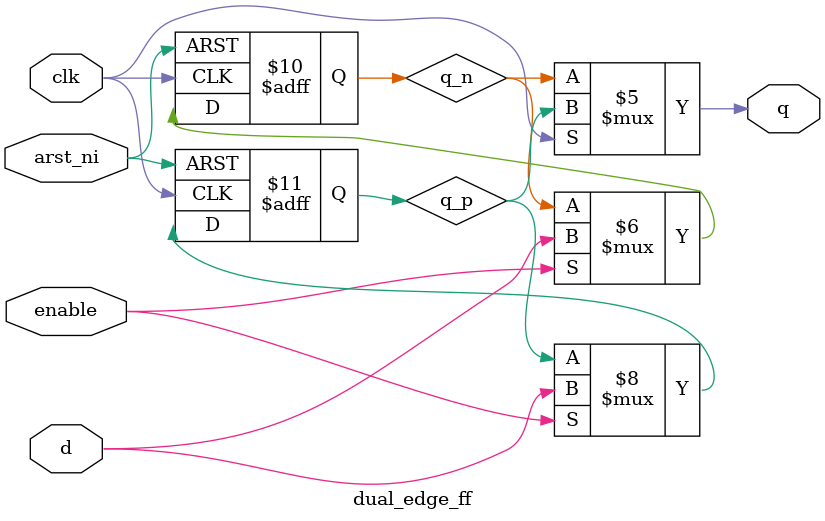
<source format=sv>
module dual_edge_ff (
    input  logic clk,
    input  logic enable,
    input  logic d,
    input  logic arst_ni,
    output logic q
);

logic q_p, q_n;

always_ff @(posedge clk or negedge arst_ni) begin
    if (!arst_ni)
        q_p <= 0;
    else if (enable)
        q_p <= d;
end

always_ff @(negedge clk or negedge arst_ni) begin
    if (!arst_ni)
        q_n <= 0;
    else if (enable)
        q_n <= d;
end

assign q = clk ? q_p : q_n;

endmodule
</source>
